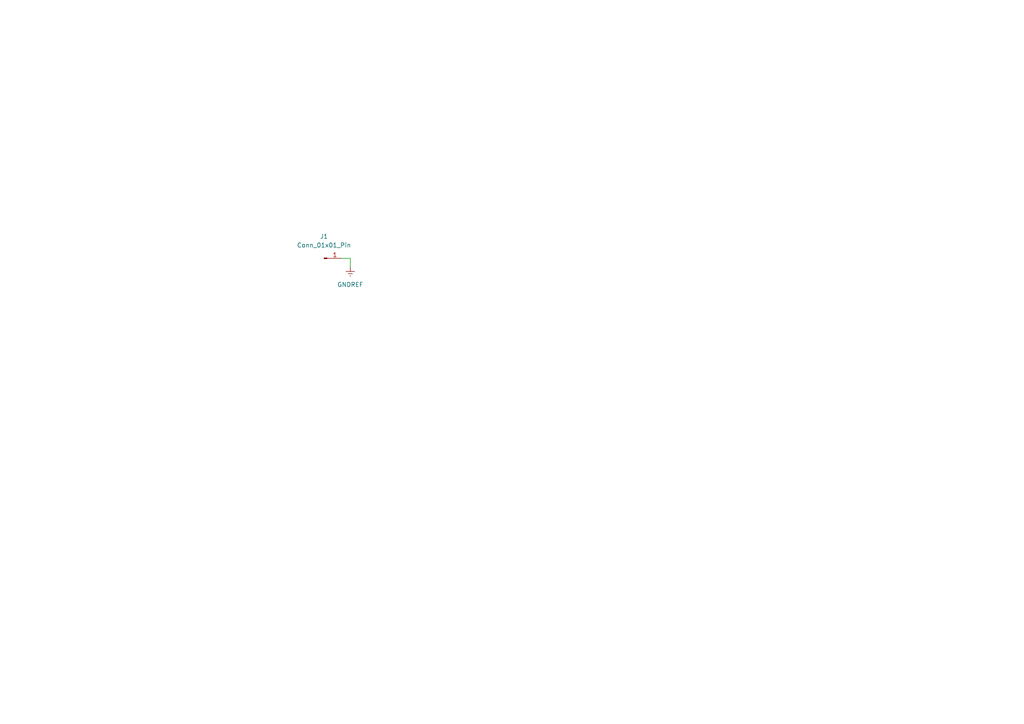
<source format=kicad_sch>
(kicad_sch (version 20230121) (generator eeschema)
  (paper "A4")
  (lib_symbols
    (symbol "Connector:Conn_01x01_Pin" (pin_names (offset 1.016) hide)
      (property "Reference" "J" (at 0 2.54 0))
      (property "Value" "Conn_01x01_Pin" (at 0 -2.54 0))
      (symbol "Conn_01x01_Pin_1_1"
        (polyline (pts (xy 1.27 0) (xy 0.8636 0)) (stroke (width 0.1524)))
        (rectangle (start 0.8636 0.127) (end 0 -0.127) (stroke (width 0.1524)) (fill (type outline)))
        (pin passive line (at 5.08 0 180) (length 3.81) (name "Pin_1") (number "1"))
      )
    )
    (symbol "power:GNDREF" (power) (pin_names (offset 0))
      (property "Value" "GNDREF" (at 0 -3.81 0))
      (symbol "GNDREF_0_1"
        (polyline (pts (xy -0.635 -1.905) (xy 0.635 -1.905)))
        (polyline (pts (xy -0.127 -2.54) (xy 0.127 -2.54)))
        (polyline (pts (xy 0 -1.27) (xy 0 0)))
        (polyline (pts (xy 1.27 -1.27) (xy -1.27 -1.27)))
      )
      (symbol "GNDREF_1_1"
        (pin power_in line (at 0 0 270) (length 0) hide (name "GNDREF") (number "1"))
      )
    )
  )
  (wire (pts (xy 101.6 74.93) (xy 101.6 77.47)))
  (wire (pts (xy 99.06 74.93) (xy 101.6 74.93)))
  (symbol (lib_id "power:GNDREF") (at 101.6 77.47 0) (unit 1)
    (property "Reference" "#PWR01" (effects hide))
    (property "Value" "GNDREF" (at 101.6 82.55 0))
  )
  (symbol (lib_id "Connector:Conn_01x01_Pin") (at 93.98 74.93 0) (unit 1)
    (property "Reference" "J1" (at 93.98 68.58 0))
    (property "Value" "Conn_01x01_Pin" (at 93.98 71.12 0))
    (property "Footprint" "MountingHole:MountingHole_4.3mm_M4_Pad_Via" (effects hide))
  )
)
</source>
